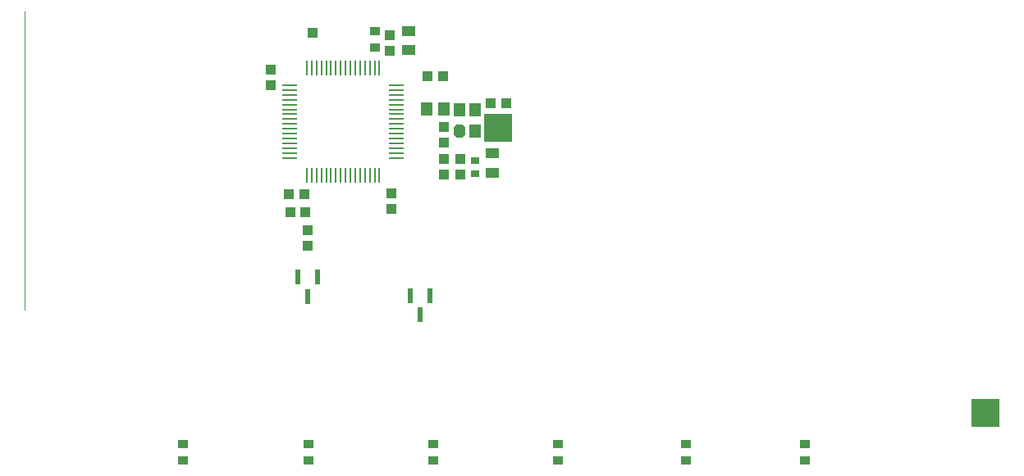
<source format=gbp>
G04*
G04 #@! TF.GenerationSoftware,Altium Limited,Altium NEXUS,2.1.9 (83)*
G04*
G04 Layer_Color=128*
%FSLAX44Y44*%
%MOMM*%
G71*
G01*
G75*
%ADD18C,0.1000*%
%ADD24R,1.0000X0.9000*%
%ADD25R,1.4000X1.0000*%
%ADD31R,1.0000X1.0000*%
%ADD32R,0.6100X1.6100*%
%ADD40R,1.0000X1.0000*%
%ADD95R,3.0000X3.0000*%
%ADD96R,1.1500X1.4000*%
G04:AMPARAMS|DCode=97|XSize=1.4mm|YSize=1.15mm|CornerRadius=0mm|HoleSize=0mm|Usage=FLASHONLY|Rotation=270.000|XOffset=0mm|YOffset=0mm|HoleType=Round|Shape=Octagon|*
%AMOCTAGOND97*
4,1,8,-0.2875,-0.7000,0.2875,-0.7000,0.5750,-0.4125,0.5750,0.4125,0.2875,0.7000,-0.2875,0.7000,-0.5750,0.4125,-0.5750,-0.4125,-0.2875,-0.7000,0.0*
%
%ADD97OCTAGOND97*%

%ADD98R,1.2000X1.4000*%
%ADD99R,0.9000X0.8000*%
%ADD100O,1.5500X0.2500*%
%ADD101O,0.2500X1.5500*%
D18*
X255800Y444170D02*
Y752170D01*
D24*
X1060450Y288680D02*
D03*
Y305680D02*
D03*
X937768Y288680D02*
D03*
Y305680D02*
D03*
X806196Y288680D02*
D03*
Y305680D02*
D03*
X548894Y288680D02*
D03*
Y305680D02*
D03*
X419100Y288680D02*
D03*
Y305680D02*
D03*
X676910Y288680D02*
D03*
Y305680D02*
D03*
X617220Y715400D02*
D03*
Y732400D02*
D03*
D25*
X651510Y732470D02*
D03*
Y712470D02*
D03*
X737870Y605630D02*
D03*
Y585630D02*
D03*
D31*
X547370Y510160D02*
D03*
Y526160D02*
D03*
X509270Y692530D02*
D03*
Y676530D02*
D03*
X688340Y616840D02*
D03*
Y632840D02*
D03*
X704850Y583820D02*
D03*
Y599820D02*
D03*
X688340Y583820D02*
D03*
Y599820D02*
D03*
X633730Y548260D02*
D03*
Y564260D02*
D03*
X632460Y712090D02*
D03*
Y728090D02*
D03*
D32*
X663866Y439078D02*
D03*
X674116Y458978D02*
D03*
X653616D02*
D03*
X547370Y458172D02*
D03*
X557620Y478072D02*
D03*
X537120D02*
D03*
D40*
X552450Y730250D02*
D03*
X529464Y545338D02*
D03*
X545464D02*
D03*
X687450Y685800D02*
D03*
X671450D02*
D03*
X543940Y563880D02*
D03*
X527940D02*
D03*
X752220Y657860D02*
D03*
X736220D02*
D03*
D95*
X1246632Y337566D02*
D03*
X744220Y632460D02*
D03*
D96*
X704470Y651080D02*
D03*
X720470Y629080D02*
D03*
Y651080D02*
D03*
D97*
X704470Y629080D02*
D03*
D98*
X688450Y651510D02*
D03*
X670450D02*
D03*
D99*
X720090Y584820D02*
D03*
Y598820D02*
D03*
D100*
X639450Y676310D02*
D03*
Y671310D02*
D03*
Y666310D02*
D03*
Y661310D02*
D03*
Y656310D02*
D03*
Y651310D02*
D03*
Y646310D02*
D03*
Y641310D02*
D03*
Y636310D02*
D03*
Y631310D02*
D03*
Y626310D02*
D03*
Y621310D02*
D03*
Y616310D02*
D03*
Y611310D02*
D03*
Y606310D02*
D03*
Y601310D02*
D03*
X528950D02*
D03*
Y606310D02*
D03*
Y611310D02*
D03*
Y616310D02*
D03*
Y621310D02*
D03*
Y626310D02*
D03*
Y631310D02*
D03*
Y636310D02*
D03*
Y641310D02*
D03*
Y646310D02*
D03*
Y651310D02*
D03*
Y656310D02*
D03*
Y661310D02*
D03*
Y666310D02*
D03*
Y671310D02*
D03*
Y676310D02*
D03*
D101*
X621700Y583560D02*
D03*
X616700D02*
D03*
X611700D02*
D03*
X606700D02*
D03*
X601700D02*
D03*
X596700D02*
D03*
X591700D02*
D03*
X586700D02*
D03*
X581700D02*
D03*
X576700D02*
D03*
X571700D02*
D03*
X566700D02*
D03*
X561700D02*
D03*
X556700D02*
D03*
X551700D02*
D03*
X546700D02*
D03*
Y694060D02*
D03*
X551700D02*
D03*
X556700D02*
D03*
X561700D02*
D03*
X566700D02*
D03*
X571700D02*
D03*
X576700D02*
D03*
X581700D02*
D03*
X586700D02*
D03*
X591700D02*
D03*
X596700D02*
D03*
X601700D02*
D03*
X606700D02*
D03*
X611700D02*
D03*
X616700D02*
D03*
X621700D02*
D03*
M02*

</source>
